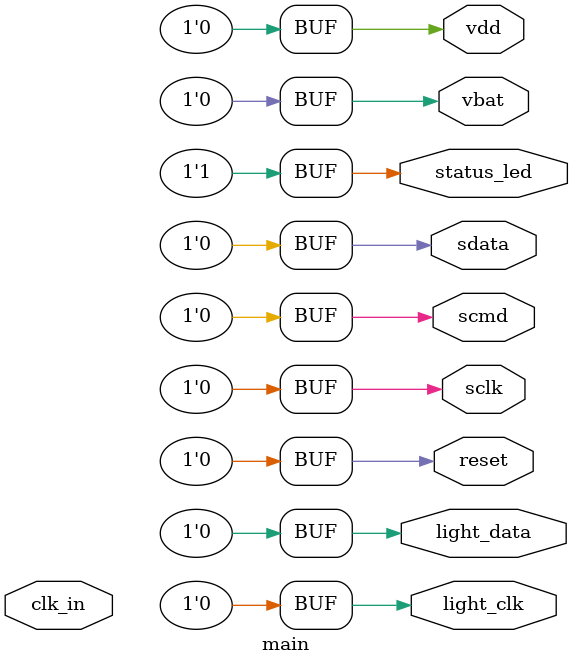
<source format=v>
`timescale 1ns / 1ns


module main (

    // Clk Input
    input clk_in,

    // Data Pins
    output reset,
    output sclk, // Half the speed of data_clk, a 20,000th the speed of clk
    output sdata,
    output scmd,

    // Power Pins
    output vbat,
    output vdd,
    
    // LED String Data Pins
    output status_led,
    output light_clk,
    output light_data
    );
    
    // GPIO OUT MAP
    // 0 - VDD
    // 1 - VBAT
    // 2 - RESET
    // 3 - SCLK
    // 4 - SDATA
    // 5 - SCMD
    
    //wire [31 : 0] gpio;
    zynq_1_wrapper cpu();
    
    assign vdd = 0;
    assign vbat = 0;
    assign reset = 0;
    assign sclk = 0;
    assign sdata = 0;
    assign scmd = 0;
    //assign status_led = gpio[6];
    assign light_clk = 0;
    assign light_data = 0;
    
    assign status_led = 1;
    
    wire clk;
    IBUFG clk_buf(.I(clk_in), .O(clk)); // Clock Buffer Conversion
    
endmodule

</source>
